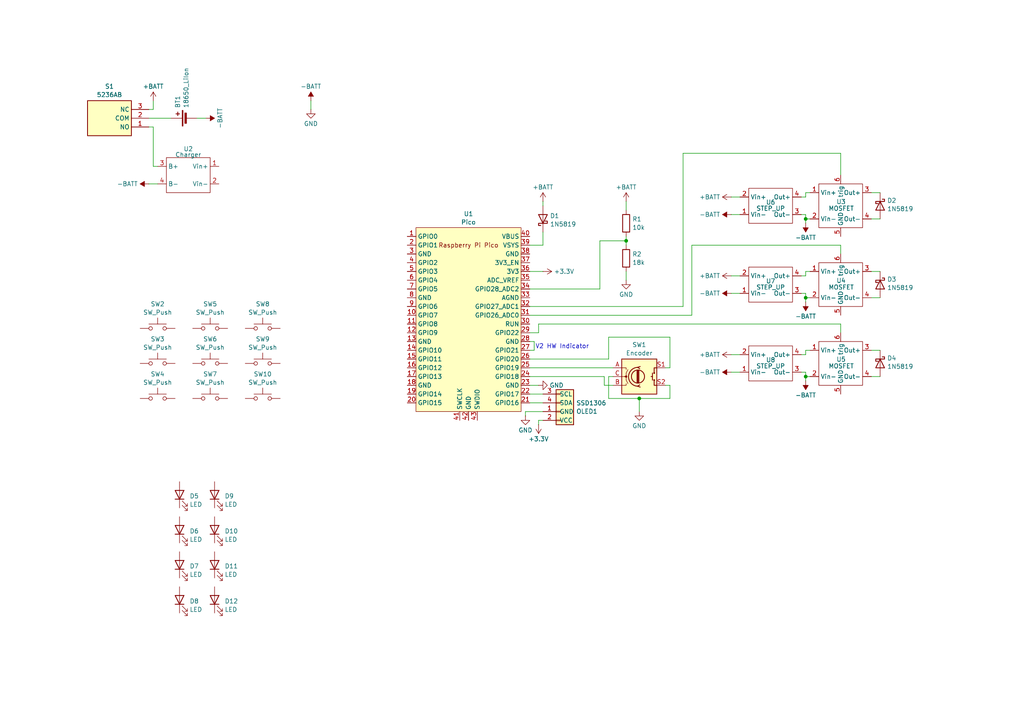
<source format=kicad_sch>
(kicad_sch (version 20231120) (generator "eeschema") (generator_version "8.0")
  (paper "A4")
  (title_block (title "LARS V2") (date "2024-04-01") (rev "1") (comment 1 "https://git.xythobuz.de/thomas/drumkit") (comment 2 "Licensed under the CERN-OHL-S-2.0+") (comment 4 "Copyright (c) 2024 Thomas Buck, Kauzerei"))
  (lib_symbols
    (symbol "5236ab:5236AB"
      (property "Reference" "S1" (at 11.43 -11.7645 0))
      (property "Value" "5236AB" (at 11.43 -9.3402 0))
      (symbol "5236AB_1_1"
        (rectangle (start 5.08 2.54) (end 17.78 -7.62) (stroke (width 0.254)) (fill (type background)))
        (pin passive line (at 0 0 0) (length 5.08) (name "NO") (number "1"))
        (pin passive line (at 0 -2.54 0) (length 5.08) (name "COM") (number "2"))
        (pin passive line (at 0 -5.08 0) (length 5.08) (name "NC") (number "3"))
      )
    )
    (symbol "Device:Battery_Cell" (pin_numbers hide) (pin_names (offset 0) hide)
      (property "Reference" "BT" (at 2.54 2.54 0))
      (property "Value" "Battery_Cell" (at 2.54 0 0))
      (symbol "Battery_Cell_0_1"
        (rectangle (start -2.286 1.778) (end 2.286 1.524) (fill (type outline)))
        (rectangle (start -1.524 1.016) (end 1.524 0.508) (fill (type outline)))
        (polyline (pts (xy 0 0.762) (xy 0 0)))
        (polyline (pts (xy 0 1.778) (xy 0 2.54)))
        (polyline (pts (xy 0.762 3.048) (xy 1.778 3.048)) (stroke (width 0.254)))
        (polyline (pts (xy 1.27 3.556) (xy 1.27 2.54)) (stroke (width 0.254)))
      )
      (symbol "Battery_Cell_1_1"
        (pin passive line (at 0 5.08 270) (length 2.54) (name "+") (number "1"))
        (pin passive line (at 0 -2.54 90) (length 2.54) (name "-") (number "2"))
      )
    )
    (symbol "Device:LED" (pin_numbers hide) (pin_names (offset 1.016) hide)
      (property "Reference" "D" (at 0 2.54 0))
      (property "Value" "LED" (at 0 -2.54 0))
      (symbol "LED_0_1"
        (polyline (pts (xy -1.27 -1.27) (xy -1.27 1.27)) (stroke (width 0.254)))
        (polyline (pts (xy -1.27 0) (xy 1.27 0)))
        (polyline (pts (xy 1.27 -1.27) (xy 1.27 1.27) (xy -1.27 0) (xy 1.27 -1.27)) (stroke (width 0.254)))
        (polyline (pts (xy -3.048 -0.762) (xy -4.572 -2.286) (xy -3.81 -2.286) (xy -4.572 -2.286) (xy -4.572 -1.524)))
        (polyline (pts (xy -1.778 -0.762) (xy -3.302 -2.286) (xy -2.54 -2.286) (xy -3.302 -2.286) (xy -3.302 -1.524)))
      )
      (symbol "LED_1_1"
        (pin passive line (at -3.81 0 0) (length 2.54) (name "K") (number "1"))
        (pin passive line (at 3.81 0 180) (length 2.54) (name "A") (number "2"))
      )
    )
    (symbol "Device:R" (pin_numbers hide) (pin_names (offset 0))
      (property "Reference" "R" (at 2.032 0 90))
      (property "Value" "R" (at 0 0 90))
      (symbol "R_0_1"
        (rectangle (start -1.016 -2.54) (end 1.016 2.54) (stroke (width 0.254)))
      )
      (symbol "R_1_1"
        (pin passive line (at 0 3.81 270) (length 1.27) (name "~") (number "1"))
        (pin passive line (at 0 -3.81 90) (length 1.27) (name "~") (number "2"))
      )
    )
    (symbol "Device:RotaryEncoder_Switch" (pin_names (offset 0.254) hide)
      (property "Reference" "SW" (at 0 6.604 0))
      (property "Value" "RotaryEncoder_Switch" (at 0 -6.604 0))
      (symbol "RotaryEncoder_Switch_0_1"
        (rectangle (start -5.08 5.08) (end 5.08 -5.08) (stroke (width 0.254)) (fill (type background)))
        (circle (center -3.81 0) (radius 0.254) (fill (type outline)))
        (circle (center -0.381 0) (radius 1.905) (stroke (width 0.254)))
        (arc (start -0.381 2.667) (mid -3.0988 -0.0635) (end -0.381 -2.794) (stroke (width 0.254)))
        (polyline (pts (xy -0.635 -1.778) (xy -0.635 1.778)) (stroke (width 0.254)))
        (polyline (pts (xy -0.381 -1.778) (xy -0.381 1.778)) (stroke (width 0.254)))
        (polyline (pts (xy -0.127 1.778) (xy -0.127 -1.778)) (stroke (width 0.254)))
        (polyline (pts (xy 3.81 0) (xy 3.429 0)) (stroke (width 0.254)))
        (polyline (pts (xy 3.81 1.016) (xy 3.81 -1.016)) (stroke (width 0.254)))
        (polyline (pts (xy -5.08 -2.54) (xy -3.81 -2.54) (xy -3.81 -2.032)))
        (polyline (pts (xy -5.08 2.54) (xy -3.81 2.54) (xy -3.81 2.032)))
        (polyline (pts (xy 0.254 -3.048) (xy -0.508 -2.794) (xy 0.127 -2.413)) (stroke (width 0.254)))
        (polyline (pts (xy 0.254 2.921) (xy -0.508 2.667) (xy 0.127 2.286)) (stroke (width 0.254)))
        (polyline (pts (xy 5.08 -2.54) (xy 4.318 -2.54) (xy 4.318 -1.016)) (stroke (width 0.254)))
        (polyline (pts (xy 5.08 2.54) (xy 4.318 2.54) (xy 4.318 1.016)) (stroke (width 0.254)))
        (polyline (pts (xy -5.08 0) (xy -3.81 0) (xy -3.81 -1.016) (xy -3.302 -2.032)))
        (polyline (pts (xy -4.318 0) (xy -3.81 0) (xy -3.81 1.016) (xy -3.302 2.032)))
        (circle (center 4.318 -1.016) (radius 0.127) (stroke (width 0.254)))
        (circle (center 4.318 1.016) (radius 0.127) (stroke (width 0.254)))
      )
      (symbol "RotaryEncoder_Switch_1_1"
        (pin passive line (at -7.62 2.54 0) (length 2.54) (name "A") (number "A"))
        (pin passive line (at -7.62 -2.54 0) (length 2.54) (name "B") (number "B"))
        (pin passive line (at -7.62 0 0) (length 2.54) (name "C") (number "C"))
        (pin passive line (at 7.62 2.54 180) (length 2.54) (name "S1") (number "S1"))
        (pin passive line (at 7.62 -2.54 180) (length 2.54) (name "S2") (number "S2"))
      )
    )
    (symbol "Diode:1N5819" (pin_numbers hide) (pin_names (offset 1.016) hide)
      (property "Reference" "D" (at 0 2.54 0))
      (property "Value" "1N5819" (at 0 -2.54 0))
      (symbol "1N5819_0_1"
        (polyline (pts (xy 1.27 0) (xy -1.27 0)))
        (polyline (pts (xy 1.27 1.27) (xy 1.27 -1.27) (xy -1.27 0) (xy 1.27 1.27)) (stroke (width 0.254)))
        (polyline (pts (xy -1.905 0.635) (xy -1.905 1.27) (xy -1.27 1.27) (xy -1.27 -1.27) (xy -0.635 -1.27) (xy -0.635 -0.635)) (stroke (width 0.254)))
      )
      (symbol "1N5819_1_1"
        (pin passive line (at -3.81 0 0) (length 2.54) (name "K") (number "1"))
        (pin passive line (at 3.81 0 180) (length 2.54) (name "A") (number "2"))
      )
    )
    (symbol "KiCad-RP-Pico:Pico"
      (property "Reference" "U" (at -13.97 27.94 0))
      (property "Value" "Pico" (at 0 19.05 0))
      (symbol "Pico_0_0"
        (text "Raspberry Pi Pico" (at 0 21.59 0) (effects (font (size 1.27 1.27))))
      )
      (symbol "Pico_0_1"
        (rectangle (start -15.24 26.67) (end 15.24 -26.67) (fill (type background)))
      )
      (symbol "Pico_1_1"
        (pin bidirectional line (at -17.78 24.13 0) (length 2.54) (name "GPIO0") (number "1"))
        (pin bidirectional line (at -17.78 1.27 0) (length 2.54) (name "GPIO7") (number "10"))
        (pin bidirectional line (at -17.78 -1.27 0) (length 2.54) (name "GPIO8") (number "11"))
        (pin bidirectional line (at -17.78 -3.81 0) (length 2.54) (name "GPIO9") (number "12"))
        (pin power_in line (at -17.78 -6.35 0) (length 2.54) (name "GND") (number "13"))
        (pin bidirectional line (at -17.78 -8.89 0) (length 2.54) (name "GPIO10") (number "14"))
        (pin bidirectional line (at -17.78 -11.43 0) (length 2.54) (name "GPIO11") (number "15"))
        (pin bidirectional line (at -17.78 -13.97 0) (length 2.54) (name "GPIO12") (number "16"))
        (pin bidirectional line (at -17.78 -16.51 0) (length 2.54) (name "GPIO13") (number "17"))
        (pin power_in line (at -17.78 -19.05 0) (length 2.54) (name "GND") (number "18"))
        (pin bidirectional line (at -17.78 -21.59 0) (length 2.54) (name "GPIO14") (number "19"))
        (pin bidirectional line (at -17.78 21.59 0) (length 2.54) (name "GPIO1") (number "2"))
        (pin bidirectional line (at -17.78 -24.13 0) (length 2.54) (name "GPIO15") (number "20"))
        (pin bidirectional line (at 17.78 -24.13 180) (length 2.54) (name "GPIO16") (number "21"))
        (pin bidirectional line (at 17.78 -21.59 180) (length 2.54) (name "GPIO17") (number "22"))
        (pin power_in line (at 17.78 -19.05 180) (length 2.54) (name "GND") (number "23"))
        (pin bidirectional line (at 17.78 -16.51 180) (length 2.54) (name "GPIO18") (number "24"))
        (pin bidirectional line (at 17.78 -13.97 180) (length 2.54) (name "GPIO19") (number "25"))
        (pin bidirectional line (at 17.78 -11.43 180) (length 2.54) (name "GPIO20") (number "26"))
        (pin bidirectional line (at 17.78 -8.89 180) (length 2.54) (name "GPIO21") (number "27"))
        (pin power_in line (at 17.78 -6.35 180) (length 2.54) (name "GND") (number "28"))
        (pin bidirectional line (at 17.78 -3.81 180) (length 2.54) (name "GPIO22") (number "29"))
        (pin power_in line (at -17.78 19.05 0) (length 2.54) (name "GND") (number "3"))
        (pin input line (at 17.78 -1.27 180) (length 2.54) (name "RUN") (number "30"))
        (pin bidirectional line (at 17.78 1.27 180) (length 2.54) (name "GPIO26_ADC0") (number "31"))
        (pin bidirectional line (at 17.78 3.81 180) (length 2.54) (name "GPIO27_ADC1") (number "32"))
        (pin power_in line (at 17.78 6.35 180) (length 2.54) (name "AGND") (number "33"))
        (pin bidirectional line (at 17.78 8.89 180) (length 2.54) (name "GPIO28_ADC2") (number "34"))
        (pin input line (at 17.78 11.43 180) (length 2.54) (name "ADC_VREF") (number "35"))
        (pin power_out line (at 17.78 13.97 180) (length 2.54) (name "3V3") (number "36"))
        (pin input line (at 17.78 16.51 180) (length 2.54) (name "3V3_EN") (number "37"))
        (pin power_in line (at 17.78 19.05 180) (length 2.54) (name "GND") (number "38"))
        (pin power_in line (at 17.78 21.59 180) (length 2.54) (name "VSYS") (number "39"))
        (pin bidirectional line (at -17.78 16.51 0) (length 2.54) (name "GPIO2") (number "4"))
        (pin power_in line (at 17.78 24.13 180) (length 2.54) (name "VBUS") (number "40"))
        (pin input line (at -2.54 -29.21 90) (length 2.54) (name "SWCLK") (number "41"))
        (pin power_in line (at 0 -29.21 90) (length 2.54) (name "GND") (number "42"))
        (pin bidirectional line (at 2.54 -29.21 90) (length 2.54) (name "SWDIO") (number "43"))
        (pin bidirectional line (at -17.78 13.97 0) (length 2.54) (name "GPIO3") (number "5"))
        (pin bidirectional line (at -17.78 11.43 0) (length 2.54) (name "GPIO4") (number "6"))
        (pin bidirectional line (at -17.78 8.89 0) (length 2.54) (name "GPIO5") (number "7"))
        (pin power_in line (at -17.78 6.35 0) (length 2.54) (name "GND") (number "8"))
        (pin bidirectional line (at -17.78 3.81 0) (length 2.54) (name "GPIO6") (number "9"))
      )
    )
    (symbol "Switch:SW_Push" (pin_numbers hide) (pin_names (offset 1.016) hide)
      (property "Reference" "SW" (at 1.27 2.54 0))
      (property "Value" "SW_Push" (at 0 -1.524 0))
      (symbol "SW_Push_0_1"
        (circle (center -2.032 0) (radius 0.508))
        (polyline (pts (xy 0 1.27) (xy 0 3.048)))
        (polyline (pts (xy 2.54 1.27) (xy -2.54 1.27)))
        (circle (center 2.032 0) (radius 0.508))
        (pin passive line (at -5.08 0 0) (length 2.54) (name "1") (number "1"))
        (pin passive line (at 5.08 0 180) (length 2.54) (name "2") (number "2"))
      )
    )
    (symbol "chinese_modules:charger"
      (property "Reference" "U" (at 0 0 0))
      (symbol "charger_0_1"
        (rectangle (start -6.35 5.08) (end 6.35 -5.08))
      )
      (symbol "charger_1_1"
        (pin input line (at 8.89 2.54 180) (length 2.54) (name "Vin+") (number "1"))
        (pin input line (at 8.89 -2.54 180) (length 2.54) (name "Vin-") (number "2"))
        (pin input line (at -8.89 2.54 0) (length 2.54) (name "B+") (number "3"))
        (pin input line (at -8.89 -2.54 0) (length 2.54) (name "B-") (number "4"))
      )
    )
    (symbol "chinese_modules:dc-dc"
      (property "Reference" "U6" (at 0 1.016 0))
      (property "Value" "STEP_UP" (at 0 -0.762 0))
      (symbol "dc-dc_0_1"
        (rectangle (start -6.35 5.08) (end 6.35 -5.08))
      )
      (symbol "dc-dc_1_1"
        (pin power_in line (at -8.89 -2.54 0) (length 2.54) (name "Vin-") (number "1"))
        (pin power_in line (at -8.89 2.54 0) (length 2.54) (name "Vin+") (number "2"))
        (pin power_out line (at 8.89 -2.54 180) (length 2.54) (name "Out-") (number "3"))
        (pin power_out line (at 8.89 2.54 180) (length 2.54) (name "Out+") (number "4"))
      )
    )
    (symbol "chinese_modules:xy-mos"
      (property "Reference" "U3" (at -1.27 1.1734 0))
      (property "Value" "~" (at -0.508 -0.508 0))
      (symbol "xy-mos_0_1"
        (rectangle (start -6.35 6.35) (end 6.35 -6.35))
      )
      (symbol "xy-mos_1_1"
        (pin power_in line (at -8.89 3.81 0) (length 2.54) (name "Vin+") (number "1"))
        (pin power_in line (at -8.89 -3.81 0) (length 2.54) (name "Vin-") (number "2"))
        (pin power_out line (at 8.89 3.81 180) (length 2.54) (name "Out+") (number "3"))
        (pin power_out line (at 8.89 -3.81 180) (length 2.54) (name "Out-") (number "4"))
        (pin input line (at 0 -8.89 90) (length 2.54) (name "GND") (number "5"))
        (pin input line (at 0 8.89 270) (length 2.54) (name "trig") (number "6"))
      )
    )
    (symbol "dc-dc_1"
      (property "Reference" "U8" (at 0 1.016 0))
      (property "Value" "STEP_UP" (at 0 -0.762 0))
      (symbol "dc-dc_1_0_1"
        (rectangle (start -6.35 5.08) (end 6.35 -5.08))
      )
      (symbol "dc-dc_1_1_1"
        (pin power_in line (at -8.89 -2.54 0) (length 2.54) (name "Vin-") (number "1"))
        (pin power_in line (at -8.89 2.54 0) (length 2.54) (name "Vin+") (number "2"))
        (pin power_out line (at 8.89 -2.54 180) (length 2.54) (name "Out-") (number "3"))
        (pin power_out line (at 8.89 2.54 180) (length 2.54) (name "Out+") (number "4"))
      )
    )
    (symbol "dc-dc_2"
      (property "Reference" "U7" (at 0 1.016 0))
      (property "Value" "STEP_UP" (at 0 -0.762 0))
      (symbol "dc-dc_2_0_1"
        (rectangle (start -6.35 5.08) (end 6.35 -5.08))
      )
      (symbol "dc-dc_2_1_1"
        (pin power_in line (at -8.89 -2.54 0) (length 2.54) (name "Vin-") (number "1"))
        (pin power_in line (at -8.89 2.54 0) (length 2.54) (name "Vin+") (number "2"))
        (pin power_out line (at 8.89 -2.54 180) (length 2.54) (name "Out-") (number "3"))
        (pin power_out line (at 8.89 2.54 180) (length 2.54) (name "Out+") (number "4"))
      )
    )
    (symbol "power:+3.3V" (power) (pin_numbers hide) (pin_names (offset 0) hide)
      (property "Value" "+3.3V" (at 0 3.556 0))
      (symbol "+3.3V_0_1"
        (polyline (pts (xy -0.762 1.27) (xy 0 2.54)))
        (polyline (pts (xy 0 0) (xy 0 2.54)))
        (polyline (pts (xy 0 2.54) (xy 0.762 1.27)))
      )
      (symbol "+3.3V_1_1"
        (pin power_in line (at 0 0 90) (length 0) (name "~") (number "1"))
      )
    )
    (symbol "power:+BATT" (power) (pin_numbers hide) (pin_names (offset 0) hide)
      (property "Value" "+BATT" (at 0 3.556 0))
      (symbol "+BATT_0_1"
        (polyline (pts (xy -0.762 1.27) (xy 0 2.54)))
        (polyline (pts (xy 0 0) (xy 0 2.54)))
        (polyline (pts (xy 0 2.54) (xy 0.762 1.27)))
      )
      (symbol "+BATT_1_1"
        (pin power_in line (at 0 0 90) (length 0) (name "~") (number "1"))
      )
    )
    (symbol "power:-BATT" (power) (pin_numbers hide) (pin_names (offset 0) hide)
      (property "Value" "-BATT" (at 0 3.556 0))
      (symbol "-BATT_0_1"
        (polyline (pts (xy 0 0) (xy 0 2.54)))
        (polyline (pts (xy 0.762 1.27) (xy -0.762 1.27) (xy 0 2.54) (xy 0.762 1.27)) (fill (type outline)))
      )
      (symbol "-BATT_1_1"
        (pin power_in line (at 0 0 90) (length 0) (name "~") (number "1"))
      )
    )
    (symbol "power:GND" (power) (pin_numbers hide) (pin_names (offset 0) hide)
      (property "Value" "GND" (at 0 -3.81 0))
      (symbol "GND_0_1"
        (polyline (pts (xy 0 0) (xy 0 -1.27) (xy 1.27 -1.27) (xy 0 -2.54) (xy -1.27 -1.27) (xy 0 -1.27)))
      )
      (symbol "GND_1_1"
        (pin power_in line (at 0 0 270) (length 0) (name "~") (number "1"))
      )
    )
    (symbol "ssd1306:SSD1306" (pin_names (offset 1.016))
      (property "Reference" "OLED" (at 0 5.08 0))
      (property "Value" "SSD1306" (at 0 -7.62 0))
      (symbol "SSD1306_1_1"
        (rectangle (start -1.27 -4.953) (end 0 -5.207) (stroke (width 0.1524)))
        (rectangle (start -1.27 -2.413) (end 0 -2.667) (stroke (width 0.1524)))
        (rectangle (start -1.27 0.127) (end 0 -0.127) (stroke (width 0.1524)))
        (rectangle (start -1.27 2.667) (end 0 2.413) (stroke (width 0.1524)))
        (rectangle (start -1.27 3.81) (end 3.81 -6.35) (stroke (width 0.254)) (fill (type background)))
        (pin power_in line (at -5.08 0 0) (length 3.81) (name "GND") (number "1"))
        (pin power_in line (at -5.08 2.54 0) (length 3.81) (name "VCC") (number "2"))
        (pin input line (at -5.08 -5.08 0) (length 3.81) (name "SCL") (number "3"))
        (pin bidirectional line (at -5.08 -2.54 0) (length 3.81) (name "SDA") (number "4"))
      )
    )
  )
  (junction (at 181.61 69.85))
  (junction (at 233.68 86.36))
  (junction (at 185.42 115.57))
  (junction (at 233.68 63.5))
  (junction (at 233.68 109.22))
  (wire (pts (xy 194.31 111.76) (xy 193.04 111.76)))
  (wire (pts (xy 157.48 119.38) (xy 152.4 119.38)))
  (wire (pts (xy 175.26 111.76) (xy 175.26 109.22)))
  (wire (pts (xy 252.73 86.36) (xy 255.27 86.36)))
  (wire (pts (xy 198.12 44.45) (xy 243.84 44.45)))
  (wire (pts (xy 156.21 93.98) (xy 243.84 93.98)))
  (wire (pts (xy 233.68 63.5) (xy 233.68 64.77)))
  (wire (pts (xy 232.41 62.23) (xy 233.68 62.23)))
  (wire (pts (xy 233.68 62.23) (xy 233.68 63.5)))
  (wire (pts (xy 194.31 106.68) (xy 194.31 97.79)))
  (wire (pts (xy 212.09 102.87) (xy 214.63 102.87)))
  (wire (pts (xy 233.68 109.22) (xy 233.68 110.49)))
  (wire (pts (xy 233.68 78.74) (xy 234.95 78.74)))
  (wire (pts (xy 232.41 85.09) (xy 233.68 85.09)))
  (wire (pts (xy 194.31 115.57) (xy 194.31 111.76)))
  (wire (pts (xy 154.94 101.6) (xy 154.94 99.06)))
  (wire (pts (xy 153.67 78.74) (xy 157.48 78.74)))
  (wire (pts (xy 176.53 97.79) (xy 176.53 104.14)))
  (wire (pts (xy 90.17 29.21) (xy 90.17 31.75)))
  (wire (pts (xy 252.73 78.74) (xy 255.27 78.74)))
  (wire (pts (xy 153.67 114.3) (xy 157.48 114.3)))
  (wire (pts (xy 185.42 115.57) (xy 185.42 119.38)))
  (wire (pts (xy 252.73 55.88) (xy 255.27 55.88)))
  (wire (pts (xy 194.31 106.68) (xy 193.04 106.68)))
  (wire (pts (xy 232.41 102.87) (xy 233.68 102.87)))
  (wire (pts (xy 153.67 83.82) (xy 173.99 83.82)))
  (wire (pts (xy 57.15 34.29) (xy 59.69 34.29)))
  (wire (pts (xy 233.68 55.88) (xy 234.95 55.88)))
  (wire (pts (xy 153.67 88.9) (xy 198.12 88.9)))
  (wire (pts (xy 212.09 107.95) (xy 214.63 107.95)))
  (wire (pts (xy 233.68 63.5) (xy 234.95 63.5)))
  (wire (pts (xy 233.68 101.6) (xy 234.95 101.6)))
  (wire (pts (xy 153.67 111.76) (xy 156.21 111.76)))
  (wire (pts (xy 177.8 109.22) (xy 176.53 109.22)))
  (wire (pts (xy 44.45 36.83) (xy 44.45 48.26)))
  (wire (pts (xy 181.61 69.85) (xy 181.61 71.12)))
  (wire (pts (xy 157.48 71.12) (xy 157.48 67.31)))
  (wire (pts (xy 153.67 101.6) (xy 154.94 101.6)))
  (wire (pts (xy 176.53 104.14) (xy 153.67 104.14)))
  (wire (pts (xy 232.41 80.01) (xy 233.68 80.01)))
  (wire (pts (xy 157.48 58.42) (xy 157.48 59.69)))
  (wire (pts (xy 252.73 63.5) (xy 255.27 63.5)))
  (wire (pts (xy 233.68 80.01) (xy 233.68 78.74)))
  (wire (pts (xy 212.09 80.01) (xy 214.63 80.01)))
  (wire (pts (xy 176.53 109.22) (xy 176.53 115.57)))
  (wire (pts (xy 185.42 115.57) (xy 194.31 115.57)))
  (wire (pts (xy 44.45 31.75) (xy 43.18 31.75)))
  (wire (pts (xy 243.84 44.45) (xy 243.84 50.8)))
  (wire (pts (xy 233.68 57.15) (xy 233.68 55.88)))
  (wire (pts (xy 232.41 57.15) (xy 233.68 57.15)))
  (wire (pts (xy 233.68 85.09) (xy 233.68 86.36)))
  (wire (pts (xy 200.66 91.44) (xy 153.67 91.44)))
  (wire (pts (xy 233.68 102.87) (xy 233.68 101.6)))
  (wire (pts (xy 243.84 71.12) (xy 200.66 71.12)))
  (wire (pts (xy 233.68 86.36) (xy 233.68 87.63)))
  (wire (pts (xy 153.67 99.06) (xy 154.94 99.06)))
  (wire (pts (xy 44.45 29.21) (xy 44.45 31.75)))
  (wire (pts (xy 243.84 73.66) (xy 243.84 71.12)))
  (wire (pts (xy 153.67 116.84) (xy 157.48 116.84)))
  (wire (pts (xy 44.45 48.26) (xy 45.72 48.26)))
  (wire (pts (xy 181.61 58.42) (xy 181.61 60.96)))
  (wire (pts (xy 173.99 69.85) (xy 181.61 69.85)))
  (wire (pts (xy 252.73 109.22) (xy 255.27 109.22)))
  (wire (pts (xy 233.68 109.22) (xy 234.95 109.22)))
  (wire (pts (xy 156.21 93.98) (xy 156.21 96.52)))
  (wire (pts (xy 181.61 68.58) (xy 181.61 69.85)))
  (wire (pts (xy 212.09 85.09) (xy 214.63 85.09)))
  (wire (pts (xy 153.67 106.68) (xy 177.8 106.68)))
  (wire (pts (xy 200.66 71.12) (xy 200.66 91.44)))
  (wire (pts (xy 176.53 115.57) (xy 185.42 115.57)))
  (wire (pts (xy 243.84 93.98) (xy 243.84 96.52)))
  (wire (pts (xy 175.26 109.22) (xy 153.67 109.22)))
  (wire (pts (xy 43.18 53.34) (xy 45.72 53.34)))
  (wire (pts (xy 233.68 86.36) (xy 234.95 86.36)))
  (wire (pts (xy 233.68 107.95) (xy 233.68 109.22)))
  (wire (pts (xy 173.99 83.82) (xy 173.99 69.85)))
  (wire (pts (xy 153.67 71.12) (xy 157.48 71.12)))
  (wire (pts (xy 252.73 101.6) (xy 255.27 101.6)))
  (wire (pts (xy 181.61 78.74) (xy 181.61 81.28)))
  (wire (pts (xy 152.4 119.38) (xy 152.4 120.65)))
  (wire (pts (xy 44.45 36.83) (xy 43.18 36.83)))
  (wire (pts (xy 43.18 34.29) (xy 49.53 34.29)))
  (wire (pts (xy 156.21 96.52) (xy 153.67 96.52)))
  (wire (pts (xy 212.09 57.15) (xy 214.63 57.15)))
  (wire (pts (xy 156.21 121.92) (xy 156.21 123.19)))
  (wire (pts (xy 157.48 121.92) (xy 156.21 121.92)))
  (wire (pts (xy 232.41 107.95) (xy 233.68 107.95)))
  (wire (pts (xy 194.31 97.79) (xy 176.53 97.79)))
  (wire (pts (xy 198.12 44.45) (xy 198.12 88.9)))
  (wire (pts (xy 212.09 62.23) (xy 214.63 62.23)))
  (wire (pts (xy 177.8 111.76) (xy 175.26 111.76)))
  (text "V2 HW Indicator" (at 163.068 100.584 0) (effects (font (size 1.27 1.27))))
  (symbol (lib_id "power:+3.3V") (at 156.21 123.19 180) (unit 1)
    (property "Reference" "#PWR017" (effects (hide yes)))
    (property "Value" "+3.3V" (at 156.21 127.3231 0))
    (property "Description" "Power symbol creates a global label with name \"+3.3V\"" (effects (hide yes)))
  )
  (symbol (lib_id "power:+BATT") (at 212.09 57.15 90) (unit 1)
    (property "Reference" "#PWR011" (effects (hide yes)))
    (property "Value" "+BATT" (at 208.915 57.15 90) (effects (justify left)))
    (property "Description" "Power symbol creates a global label with name \"+BATT\"" (effects (hide yes)))
  )
  (symbol (lib_id "Device:LED") (at 62.23 163.83 90) (unit 1)
    (property "Reference" "D11" (at 65.151 164.2053 90) (effects (justify right)))
    (property "Value" "LED" (at 65.151 166.6296 90) (effects (justify right)))
    (property "Footprint" "LED_THT:LED_D5.0mm" (effects (hide yes)))
    (property "Description" "Light emitting diode" (effects (hide yes)))
  )
  (symbol (lib_id "chinese_modules:xy-mos") (at 243.84 59.69 0) (unit 1)
    (property "Reference" "U3" (at 242.57 58.5166 0) (effects (justify left)))
    (property "Value" "MOSFET" (at 240.284 60.452 0) (effects (justify left)))
    (property "Footprint" "chinese_modules:xy-mos" (effects (hide yes)))
  )
  (symbol (lib_id "Diode:1N5819") (at 255.27 82.55 270) (unit 1)
    (property "Reference" "D3" (at 257.302 81.0203 90) (effects (justify left)))
    (property "Value" "1N5819" (at 257.302 83.4446 90) (effects (justify left)))
    (property "Footprint" "Diode_THT:D_DO-41_SOD81_P10.16mm_Horizontal" (effects (hide yes)))
    (property "Datasheet" "http://www.vishay.com/docs/88525/1n5817.pdf" (effects (hide yes)))
    (property "Description" "40V 1A Schottky Barrier Rectifier Diode, DO-41" (effects (hide yes)))
  )
  (symbol (lib_id "power:-BATT") (at 90.17 29.21 0) (unit 1)
    (property "Reference" "#PWR020" (effects (hide yes)))
    (property "Value" "-BATT" (at 90.17 25.0769 0))
    (property "Description" "Power symbol creates a global label with name \"-BATT\"" (effects (hide yes)))
  )
  (symbol (lib_id "chinese_modules:dc-dc") (at 223.52 59.69 0) (unit 1)
    (property "Reference" "U6" (at 223.52 58.674 0))
    (property "Value" "STEP_UP" (at 223.52 60.452 0))
    (property "Footprint" "chinese_modules:dc-dc module" (effects (hide yes)))
  )
  (symbol (lib_id "Device:LED") (at 52.07 153.67 90) (unit 1)
    (property "Reference" "D6" (at 54.991 154.0453 90) (effects (justify right)))
    (property "Value" "LED" (at 54.991 156.4696 90) (effects (justify right)))
    (property "Footprint" "LED_THT:LED_D5.0mm" (effects (hide yes)))
    (property "Description" "Light emitting diode" (effects (hide yes)))
  )
  (symbol (lib_id "Switch:SW_Push") (at 45.72 105.41 0) (unit 1)
    (property "Reference" "SW3" (at 45.72 98.3445 0))
    (property "Value" "SW_Push" (at 45.72 100.7688 0))
    (property "Footprint" "Button_Switch_THT:SW_PUSH_6mm_H5mm" (effects (hide yes)))
    (property "Description" "Push button switch, generic, two pins" (effects (hide yes)))
  )
  (symbol (lib_id "power:+BATT") (at 181.61 58.42 0) (unit 1)
    (property "Reference" "#PWR021" (effects (hide yes)))
    (property "Value" "+BATT" (at 181.61 54.2869 0))
    (property "Description" "Power symbol creates a global label with name \"+BATT\"" (effects (hide yes)))
  )
  (symbol (lib_id "ssd1306:SSD1306") (at 162.56 119.38 0) (mirror x) (unit 1)
    (property "Reference" "OLED1" (at 167.132 119.3222 0) (effects (justify left)))
    (property "Value" "SSD1306" (at 167.132 116.8979 0) (effects (justify left)))
    (property "Footprint" "ssd1306:SSD1306_0.96_Oled" (effects (hide yes)))
    (property "Description" "OLED 0.96 128x64 I2C" (effects (hide yes)))
  )
  (symbol (lib_id "power:-BATT") (at 233.68 87.63 180) (unit 1)
    (property "Reference" "#PWR014" (effects (hide yes)))
    (property "Value" "-BATT" (at 233.68 91.7631 0))
    (property "Description" "Power symbol creates a global label with name \"-BATT\"" (effects (hide yes)))
  )
  (symbol (lib_id "Device:R") (at 181.61 74.93 180) (unit 1)
    (property "Reference" "R2" (at 183.388 73.7178 0) (effects (justify right)))
    (property "Value" "18k" (at 183.388 76.1421 0) (effects (justify right)))
    (property "Footprint" "Resistor_THT:R_Axial_DIN0204_L3.6mm_D1.6mm_P2.54mm_Vertical" (effects (hide yes)))
    (property "Description" "Resistor" (effects (hide yes)))
  )
  (symbol (lib_id "Switch:SW_Push") (at 60.96 115.57 0) (unit 1)
    (property "Reference" "SW7" (at 60.96 108.5045 0))
    (property "Value" "SW_Push" (at 60.96 110.9288 0))
    (property "Footprint" "Button_Switch_THT:SW_PUSH_6mm_H5mm" (effects (hide yes)))
    (property "Description" "Push button switch, generic, two pins" (effects (hide yes)))
  )
  (symbol (lib_id "Switch:SW_Push") (at 60.96 105.41 0) (unit 1)
    (property "Reference" "SW6" (at 60.96 98.3445 0))
    (property "Value" "SW_Push" (at 60.96 100.7688 0))
    (property "Footprint" "Button_Switch_THT:SW_PUSH_6mm_H5mm" (effects (hide yes)))
    (property "Description" "Push button switch, generic, two pins" (effects (hide yes)))
  )
  (symbol (lib_id "power:GND") (at 90.17 31.75 0) (unit 1)
    (property "Reference" "#PWR019" (effects (hide yes)))
    (property "Value" "GND" (at 90.17 35.8831 0))
    (property "Description" "Power symbol creates a global label with name \"GND\" , ground" (effects (hide yes)))
  )
  (symbol (lib_id "power:-BATT") (at 212.09 107.95 90) (unit 1)
    (property "Reference" "#PWR08" (effects (hide yes)))
    (property "Value" "-BATT" (at 208.915 107.95 90) (effects (justify left)))
    (property "Description" "Power symbol creates a global label with name \"-BATT\"" (effects (hide yes)))
  )
  (symbol (lib_name "dc-dc_1") (lib_id "chinese_modules:dc-dc") (at 223.52 105.41 0) (unit 1)
    (property "Reference" "U8" (at 223.52 104.394 0))
    (property "Value" "STEP_UP" (at 223.52 106.172 0))
    (property "Footprint" "chinese_modules:dc-dc module" (effects (hide yes)))
  )
  (symbol (lib_id "power:GND") (at 185.42 119.38 0) (unit 1)
    (property "Reference" "#PWR03" (effects (hide yes)))
    (property "Value" "GND" (at 185.42 123.5131 0))
    (property "Description" "Power symbol creates a global label with name \"GND\" , ground" (effects (hide yes)))
  )
  (symbol (lib_id "chinese_modules:charger") (at 54.61 50.8 0) (unit 1)
    (property "Reference" "U2" (at 54.61 43.1885 0))
    (property "Value" "Charger" (at 54.61 44.8699 0))
    (property "Footprint" "chinese_modules:charger" (effects (hide yes)))
  )
  (symbol (lib_id "power:GND") (at 156.21 111.76 90) (unit 1)
    (property "Reference" "#PWR018" (effects (hide yes)))
    (property "Value" "GND" (at 159.385 111.76 90) (effects (justify right)))
    (property "Description" "Power symbol creates a global label with name \"GND\" , ground" (effects (hide yes)))
  )
  (symbol (lib_id "power:GND") (at 181.61 81.28 0) (unit 1)
    (property "Reference" "#PWR022" (effects (hide yes)))
    (property "Value" "GND" (at 181.61 85.4131 0))
    (property "Description" "Power symbol creates a global label with name \"GND\" , ground" (effects (hide yes)))
  )
  (symbol (lib_id "power:-BATT") (at 212.09 62.23 90) (unit 1)
    (property "Reference" "#PWR010" (effects (hide yes)))
    (property "Value" "-BATT" (at 208.915 62.23 90) (effects (justify left)))
    (property "Description" "Power symbol creates a global label with name \"-BATT\"" (effects (hide yes)))
  )
  (symbol (lib_id "Device:LED") (at 62.23 143.51 90) (unit 1)
    (property "Reference" "D9" (at 65.151 143.8853 90) (effects (justify right)))
    (property "Value" "LED" (at 65.151 146.3096 90) (effects (justify right)))
    (property "Footprint" "LED_THT:LED_D5.0mm" (effects (hide yes)))
    (property "Description" "Light emitting diode" (effects (hide yes)))
  )
  (symbol (lib_id "power:-BATT") (at 233.68 110.49 180) (unit 1)
    (property "Reference" "#PWR016" (effects (hide yes)))
    (property "Value" "-BATT" (at 233.68 114.6231 0))
    (property "Description" "Power symbol creates a global label with name \"-BATT\"" (effects (hide yes)))
  )
  (symbol (lib_id "power:+BATT") (at 157.48 58.42 0) (unit 1)
    (property "Reference" "#PWR01" (effects (hide yes)))
    (property "Value" "+BATT" (at 157.48 54.2869 0))
    (property "Description" "Power symbol creates a global label with name \"+BATT\"" (effects (hide yes)))
  )
  (symbol (lib_id "Switch:SW_Push") (at 45.72 95.25 0) (unit 1)
    (property "Reference" "SW2" (at 45.72 88.1845 0))
    (property "Value" "SW_Push" (at 45.72 90.6088 0))
    (property "Footprint" "Button_Switch_THT:SW_PUSH_6mm_H5mm" (effects (hide yes)))
    (property "Description" "Push button switch, generic, two pins" (effects (hide yes)))
  )
  (symbol (lib_id "Device:LED") (at 62.23 153.67 90) (unit 1)
    (property "Reference" "D10" (at 65.151 154.0453 90) (effects (justify right)))
    (property "Value" "LED" (at 65.151 156.4696 90) (effects (justify right)))
    (property "Footprint" "LED_THT:LED_D5.0mm" (effects (hide yes)))
    (property "Description" "Light emitting diode" (effects (hide yes)))
  )
  (symbol (lib_id "Switch:SW_Push") (at 76.2 115.57 0) (unit 1)
    (property "Reference" "SW10" (at 76.2 108.5045 0))
    (property "Value" "SW_Push" (at 76.2 110.9288 0))
    (property "Footprint" "Button_Switch_THT:SW_PUSH_6mm_H5mm" (effects (hide yes)))
    (property "Description" "Push button switch, generic, two pins" (effects (hide yes)))
  )
  (symbol (lib_id "chinese_modules:xy-mos") (at 243.84 82.55 0) (unit 1)
    (property "Reference" "U4" (at 242.57 81.3766 0) (effects (justify left)))
    (property "Value" "MOSFET" (at 240.284 83.312 0) (effects (justify left)))
    (property "Footprint" "chinese_modules:xy-mos" (effects (hide yes)))
  )
  (symbol (lib_id "power:GND") (at 152.4 120.65 0) (unit 1)
    (property "Reference" "#PWR07" (effects (hide yes)))
    (property "Value" "GND" (at 152.4 124.7831 0))
    (property "Description" "Power symbol creates a global label with name \"GND\" , ground" (effects (hide yes)))
  )
  (symbol (lib_id "Diode:1N5819") (at 255.27 59.69 270) (unit 1)
    (property "Reference" "D2" (at 257.302 58.1603 90) (effects (justify left)))
    (property "Value" "1N5819" (at 257.302 60.5846 90) (effects (justify left)))
    (property "Footprint" "Diode_THT:D_DO-41_SOD81_P10.16mm_Horizontal" (effects (hide yes)))
    (property "Datasheet" "http://www.vishay.com/docs/88525/1n5817.pdf" (effects (hide yes)))
    (property "Description" "40V 1A Schottky Barrier Rectifier Diode, DO-41" (effects (hide yes)))
  )
  (symbol (lib_id "power:+BATT") (at 212.09 80.01 90) (unit 1)
    (property "Reference" "#PWR012" (effects (hide yes)))
    (property "Value" "+BATT" (at 208.915 80.01 90) (effects (justify left)))
    (property "Description" "Power symbol creates a global label with name \"+BATT\"" (effects (hide yes)))
  )
  (symbol (lib_id "power:+BATT") (at 44.45 29.21 0) (unit 1)
    (property "Reference" "#PWR04" (effects (hide yes)))
    (property "Value" "+BATT" (at 44.45 25.0769 0))
    (property "Description" "Power symbol creates a global label with name \"+BATT\"" (effects (hide yes)))
  )
  (symbol (lib_id "Device:LED") (at 52.07 143.51 90) (unit 1)
    (property "Reference" "D5" (at 54.991 143.8853 90) (effects (justify right)))
    (property "Value" "LED" (at 54.991 146.3096 90) (effects (justify right)))
    (property "Footprint" "LED_THT:LED_D5.0mm" (effects (hide yes)))
    (property "Description" "Light emitting diode" (effects (hide yes)))
  )
  (symbol (lib_id "power:-BATT") (at 233.68 64.77 180) (unit 1)
    (property "Reference" "#PWR015" (effects (hide yes)))
    (property "Value" "-BATT" (at 233.68 68.9031 0))
    (property "Description" "Power symbol creates a global label with name \"-BATT\"" (effects (hide yes)))
  )
  (symbol (lib_id "Device:Battery_Cell") (at 54.61 34.29 90) (unit 1)
    (property "Reference" "BT1" (at 51.5563 31.369 0) (effects (justify left)))
    (property "Value" "18650_LiIon" (at 53.9806 31.369 0) (effects (justify left)))
    (property "Footprint" "Battery:BatteryHolder_Keystone_1042_1x18650" (effects (hide yes)))
    (property "Description" "Single-cell battery" (effects (hide yes)))
  )
  (symbol (lib_id "Device:R") (at 181.61 64.77 0) (unit 1)
    (property "Reference" "R1" (at 183.388 63.5578 0) (effects (justify left)))
    (property "Value" "10k" (at 183.388 65.9821 0) (effects (justify left)))
    (property "Footprint" "Resistor_THT:R_Axial_DIN0204_L3.6mm_D1.6mm_P2.54mm_Vertical" (effects (hide yes)))
    (property "Description" "Resistor" (effects (hide yes)))
  )
  (symbol (lib_id "Diode:1N5819") (at 157.48 63.5 90) (unit 1)
    (property "Reference" "D1" (at 159.512 62.6053 90) (effects (justify right)))
    (property "Value" "1N5819" (at 159.512 65.0296 90) (effects (justify right)))
    (property "Footprint" "Diode_THT:D_DO-41_SOD81_P10.16mm_Horizontal" (effects (hide yes)))
    (property "Datasheet" "http://www.vishay.com/docs/88525/1n5817.pdf" (effects (hide yes)))
    (property "Description" "40V 1A Schottky Barrier Rectifier Diode, DO-41" (effects (hide yes)))
  )
  (symbol (lib_id "Device:LED") (at 52.07 173.99 90) (unit 1)
    (property "Reference" "D8" (at 54.991 174.3653 90) (effects (justify right)))
    (property "Value" "LED" (at 54.991 176.7896 90) (effects (justify right)))
    (property "Footprint" "LED_THT:LED_D5.0mm" (effects (hide yes)))
    (property "Description" "Light emitting diode" (effects (hide yes)))
  )
  (symbol (lib_id "5236ab:5236AB") (at 43.18 36.83 180) (unit 1)
    (property "Reference" "S1" (at 31.75 25.0655 0))
    (property "Value" "5236AB" (at 31.75 27.4898 0))
    (property "Footprint" "5236AB" (effects (hide yes)))
    (property "Datasheet" "https://datasheet.datasheetarchive.com/originals/dk/DKDS-29/572872.pdf" (effects (hide yes)))
    (property "Description" "SWITCH TOGGLE SPDT 6A 125V" (effects (hide yes)))
    (property "Height" "31.8" (effects (hide yes)))
    (property "Manufacturer_Name" "Apem" (effects (hide yes)))
    (property "Manufacturer_Part_Number" "5236AB" (effects (hide yes)))
  )
  (symbol (lib_id "power:-BATT") (at 43.18 53.34 90) (unit 1)
    (property "Reference" "#PWR06" (effects (hide yes)))
    (property "Value" "-BATT" (at 40.005 53.34 90) (effects (justify left)))
    (property "Description" "Power symbol creates a global label with name \"-BATT\"" (effects (hide yes)))
  )
  (symbol (lib_id "power:-BATT") (at 59.69 34.29 270) (unit 1)
    (property "Reference" "#PWR05" (effects (hide yes)))
    (property "Value" "-BATT" (at 63.8231 34.29 0))
    (property "Description" "Power symbol creates a global label with name \"-BATT\"" (effects (hide yes)))
  )
  (symbol (lib_id "Device:LED") (at 62.23 173.99 90) (unit 1)
    (property "Reference" "D12" (at 65.151 174.3653 90) (effects (justify right)))
    (property "Value" "LED" (at 65.151 176.7896 90) (effects (justify right)))
    (property "Footprint" "LED_THT:LED_D5.0mm" (effects (hide yes)))
    (property "Description" "Light emitting diode" (effects (hide yes)))
  )
  (symbol (lib_id "Device:LED") (at 52.07 163.83 90) (unit 1)
    (property "Reference" "D7" (at 54.991 164.2053 90) (effects (justify right)))
    (property "Value" "LED" (at 54.991 166.6296 90) (effects (justify right)))
    (property "Footprint" "LED_THT:LED_D5.0mm" (effects (hide yes)))
    (property "Description" "Light emitting diode" (effects (hide yes)))
  )
  (symbol (lib_id "KiCad-RP-Pico:Pico") (at 135.89 92.71 0) (unit 1)
    (property "Reference" "U1" (at 135.89 62.0225 0))
    (property "Value" "Pico" (at 135.89 64.4468 0))
    (property "Footprint" "KiCad-RP-Pico:RPi_Pico_SMD_only" (effects (hide yes)))
  )
  (symbol (lib_id "power:+3.3V") (at 157.48 78.74 270) (unit 1)
    (property "Reference" "#PWR02" (effects (hide yes)))
    (property "Value" "+3.3V" (at 160.655 78.74 90) (effects (justify left)))
    (property "Description" "Power symbol creates a global label with name \"+3.3V\"" (effects (hide yes)))
  )
  (symbol (lib_id "Device:RotaryEncoder_Switch") (at 185.42 109.22 0) (unit 1)
    (property "Reference" "SW1" (at 185.42 99.9955 0))
    (property "Value" "Encoder" (at 185.42 102.4198 0))
    (property "Footprint" "Rotary_Encoder:RotaryEncoder_Alps_EC12E-Switch_Vertical_H20mm_CircularMountingHoles" (effects (hide yes)))
    (property "Description" "Rotary encoder, dual channel, incremental quadrate outputs, with switch" (effects (hide yes)))
  )
  (symbol (lib_name "dc-dc_2") (lib_id "chinese_modules:dc-dc") (at 223.52 82.55 0) (unit 1)
    (property "Reference" "U7" (at 223.52 81.534 0))
    (property "Value" "STEP_UP" (at 223.52 83.312 0))
    (property "Footprint" "chinese_modules:dc-dc module" (effects (hide yes)))
  )
  (symbol (lib_id "Switch:SW_Push") (at 76.2 95.25 0) (unit 1)
    (property "Reference" "SW8" (at 76.2 88.1845 0))
    (property "Value" "SW_Push" (at 76.2 90.6088 0))
    (property "Footprint" "Button_Switch_THT:SW_PUSH_6mm_H5mm" (effects (hide yes)))
    (property "Description" "Push button switch, generic, two pins" (effects (hide yes)))
  )
  (symbol (lib_id "Switch:SW_Push") (at 76.2 105.41 0) (unit 1)
    (property "Reference" "SW9" (at 76.2 98.3445 0))
    (property "Value" "SW_Push" (at 76.2 100.7688 0))
    (property "Footprint" "Button_Switch_THT:SW_PUSH_6mm_H5mm" (effects (hide yes)))
    (property "Description" "Push button switch, generic, two pins" (effects (hide yes)))
  )
  (symbol (lib_id "Diode:1N5819") (at 255.27 105.41 270) (unit 1)
    (property "Reference" "D4" (at 257.302 103.8803 90) (effects (justify left)))
    (property "Value" "1N5819" (at 257.302 106.3046 90) (effects (justify left)))
    (property "Footprint" "Diode_THT:D_DO-41_SOD81_P10.16mm_Horizontal" (effects (hide yes)))
    (property "Datasheet" "http://www.vishay.com/docs/88525/1n5817.pdf" (effects (hide yes)))
    (property "Description" "40V 1A Schottky Barrier Rectifier Diode, DO-41" (effects (hide yes)))
  )
  (symbol (lib_id "power:+BATT") (at 212.09 102.87 90) (unit 1)
    (property "Reference" "#PWR013" (effects (hide yes)))
    (property "Value" "+BATT" (at 208.915 102.87 90) (effects (justify left)))
    (property "Description" "Power symbol creates a global label with name \"+BATT\"" (effects (hide yes)))
  )
  (symbol (lib_id "Switch:SW_Push") (at 60.96 95.25 0) (unit 1)
    (property "Reference" "SW5" (at 60.96 88.1845 0))
    (property "Value" "SW_Push" (at 60.96 90.6088 0))
    (property "Footprint" "Button_Switch_THT:SW_PUSH_6mm_H5mm" (effects (hide yes)))
    (property "Description" "Push button switch, generic, two pins" (effects (hide yes)))
  )
  (symbol (lib_id "power:-BATT") (at 212.09 85.09 90) (unit 1)
    (property "Reference" "#PWR09" (effects (hide yes)))
    (property "Value" "-BATT" (at 208.915 85.09 90) (effects (justify left)))
    (property "Description" "Power symbol creates a global label with name \"-BATT\"" (effects (hide yes)))
  )
  (symbol (lib_id "chinese_modules:xy-mos") (at 243.84 105.41 0) (unit 1)
    (property "Reference" "U5" (at 242.57 104.2366 0) (effects (justify left)))
    (property "Value" "MOSFET" (at 240.284 106.172 0) (effects (justify left)))
    (property "Footprint" "chinese_modules:xy-mos" (effects (hide yes)))
  )
  (symbol (lib_id "Switch:SW_Push") (at 45.72 115.57 0) (unit 1)
    (property "Reference" "SW4" (at 45.72 108.5045 0))
    (property "Value" "SW_Push" (at 45.72 110.9288 0))
    (property "Footprint" "Button_Switch_THT:SW_PUSH_6mm_H5mm" (effects (hide yes)))
    (property "Description" "Push button switch, generic, two pins" (effects (hide yes)))
  )
)
</source>
